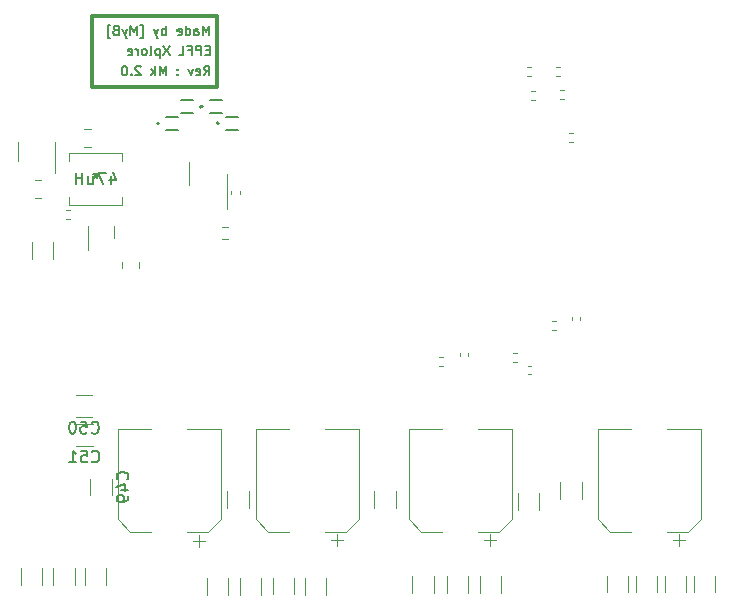
<source format=gbr>
%TF.GenerationSoftware,KiCad,Pcbnew,7.0.1*%
%TF.CreationDate,2023-04-17T18:47:01+02:00*%
%TF.ProjectId,ESC_board,4553435f-626f-4617-9264-2e6b69636164,rev?*%
%TF.SameCoordinates,Original*%
%TF.FileFunction,Legend,Bot*%
%TF.FilePolarity,Positive*%
%FSLAX46Y46*%
G04 Gerber Fmt 4.6, Leading zero omitted, Abs format (unit mm)*
G04 Created by KiCad (PCBNEW 7.0.1) date 2023-04-17 18:47:01*
%MOMM*%
%LPD*%
G01*
G04 APERTURE LIST*
%ADD10C,0.300000*%
%ADD11C,0.200000*%
%ADD12C,0.150000*%
%ADD13C,0.120000*%
%ADD14C,0.127000*%
G04 APERTURE END LIST*
D10*
X81120000Y-49860000D02*
X91700000Y-49860000D01*
X91700000Y-55850000D01*
X81120000Y-55850000D01*
X81120000Y-49860000D01*
D11*
X90572380Y-54882095D02*
X90839047Y-54501142D01*
X91029523Y-54882095D02*
X91029523Y-54082095D01*
X91029523Y-54082095D02*
X90724761Y-54082095D01*
X90724761Y-54082095D02*
X90648571Y-54120190D01*
X90648571Y-54120190D02*
X90610476Y-54158285D01*
X90610476Y-54158285D02*
X90572380Y-54234476D01*
X90572380Y-54234476D02*
X90572380Y-54348761D01*
X90572380Y-54348761D02*
X90610476Y-54424952D01*
X90610476Y-54424952D02*
X90648571Y-54463047D01*
X90648571Y-54463047D02*
X90724761Y-54501142D01*
X90724761Y-54501142D02*
X91029523Y-54501142D01*
X89924761Y-54844000D02*
X90000952Y-54882095D01*
X90000952Y-54882095D02*
X90153333Y-54882095D01*
X90153333Y-54882095D02*
X90229523Y-54844000D01*
X90229523Y-54844000D02*
X90267619Y-54767809D01*
X90267619Y-54767809D02*
X90267619Y-54463047D01*
X90267619Y-54463047D02*
X90229523Y-54386857D01*
X90229523Y-54386857D02*
X90153333Y-54348761D01*
X90153333Y-54348761D02*
X90000952Y-54348761D01*
X90000952Y-54348761D02*
X89924761Y-54386857D01*
X89924761Y-54386857D02*
X89886666Y-54463047D01*
X89886666Y-54463047D02*
X89886666Y-54539238D01*
X89886666Y-54539238D02*
X90267619Y-54615428D01*
X89620000Y-54348761D02*
X89429524Y-54882095D01*
X89429524Y-54882095D02*
X89239047Y-54348761D01*
X88324761Y-54805904D02*
X88286666Y-54844000D01*
X88286666Y-54844000D02*
X88324761Y-54882095D01*
X88324761Y-54882095D02*
X88362857Y-54844000D01*
X88362857Y-54844000D02*
X88324761Y-54805904D01*
X88324761Y-54805904D02*
X88324761Y-54882095D01*
X88324761Y-54386857D02*
X88286666Y-54424952D01*
X88286666Y-54424952D02*
X88324761Y-54463047D01*
X88324761Y-54463047D02*
X88362857Y-54424952D01*
X88362857Y-54424952D02*
X88324761Y-54386857D01*
X88324761Y-54386857D02*
X88324761Y-54463047D01*
X87334285Y-54882095D02*
X87334285Y-54082095D01*
X87334285Y-54082095D02*
X87067619Y-54653523D01*
X87067619Y-54653523D02*
X86800952Y-54082095D01*
X86800952Y-54082095D02*
X86800952Y-54882095D01*
X86419999Y-54882095D02*
X86419999Y-54082095D01*
X86343809Y-54577333D02*
X86115237Y-54882095D01*
X86115237Y-54348761D02*
X86419999Y-54653523D01*
X85200952Y-54158285D02*
X85162856Y-54120190D01*
X85162856Y-54120190D02*
X85086666Y-54082095D01*
X85086666Y-54082095D02*
X84896190Y-54082095D01*
X84896190Y-54082095D02*
X84819999Y-54120190D01*
X84819999Y-54120190D02*
X84781904Y-54158285D01*
X84781904Y-54158285D02*
X84743809Y-54234476D01*
X84743809Y-54234476D02*
X84743809Y-54310666D01*
X84743809Y-54310666D02*
X84781904Y-54424952D01*
X84781904Y-54424952D02*
X85239047Y-54882095D01*
X85239047Y-54882095D02*
X84743809Y-54882095D01*
X84400951Y-54805904D02*
X84362856Y-54844000D01*
X84362856Y-54844000D02*
X84400951Y-54882095D01*
X84400951Y-54882095D02*
X84439047Y-54844000D01*
X84439047Y-54844000D02*
X84400951Y-54805904D01*
X84400951Y-54805904D02*
X84400951Y-54882095D01*
X83867618Y-54082095D02*
X83791428Y-54082095D01*
X83791428Y-54082095D02*
X83715237Y-54120190D01*
X83715237Y-54120190D02*
X83677142Y-54158285D01*
X83677142Y-54158285D02*
X83639047Y-54234476D01*
X83639047Y-54234476D02*
X83600952Y-54386857D01*
X83600952Y-54386857D02*
X83600952Y-54577333D01*
X83600952Y-54577333D02*
X83639047Y-54729714D01*
X83639047Y-54729714D02*
X83677142Y-54805904D01*
X83677142Y-54805904D02*
X83715237Y-54844000D01*
X83715237Y-54844000D02*
X83791428Y-54882095D01*
X83791428Y-54882095D02*
X83867618Y-54882095D01*
X83867618Y-54882095D02*
X83943809Y-54844000D01*
X83943809Y-54844000D02*
X83981904Y-54805904D01*
X83981904Y-54805904D02*
X84019999Y-54729714D01*
X84019999Y-54729714D02*
X84058095Y-54577333D01*
X84058095Y-54577333D02*
X84058095Y-54386857D01*
X84058095Y-54386857D02*
X84019999Y-54234476D01*
X84019999Y-54234476D02*
X83981904Y-54158285D01*
X83981904Y-54158285D02*
X83943809Y-54120190D01*
X83943809Y-54120190D02*
X83867618Y-54082095D01*
X91039523Y-52743047D02*
X90772857Y-52743047D01*
X90658571Y-53162095D02*
X91039523Y-53162095D01*
X91039523Y-53162095D02*
X91039523Y-52362095D01*
X91039523Y-52362095D02*
X90658571Y-52362095D01*
X90315713Y-53162095D02*
X90315713Y-52362095D01*
X90315713Y-52362095D02*
X90010951Y-52362095D01*
X90010951Y-52362095D02*
X89934761Y-52400190D01*
X89934761Y-52400190D02*
X89896666Y-52438285D01*
X89896666Y-52438285D02*
X89858570Y-52514476D01*
X89858570Y-52514476D02*
X89858570Y-52628761D01*
X89858570Y-52628761D02*
X89896666Y-52704952D01*
X89896666Y-52704952D02*
X89934761Y-52743047D01*
X89934761Y-52743047D02*
X90010951Y-52781142D01*
X90010951Y-52781142D02*
X90315713Y-52781142D01*
X89249047Y-52743047D02*
X89515713Y-52743047D01*
X89515713Y-53162095D02*
X89515713Y-52362095D01*
X89515713Y-52362095D02*
X89134761Y-52362095D01*
X88449047Y-53162095D02*
X88829999Y-53162095D01*
X88829999Y-53162095D02*
X88829999Y-52362095D01*
X87649047Y-52362095D02*
X87115713Y-53162095D01*
X87115713Y-52362095D02*
X87649047Y-53162095D01*
X86810951Y-52628761D02*
X86810951Y-53428761D01*
X86810951Y-52666857D02*
X86734761Y-52628761D01*
X86734761Y-52628761D02*
X86582380Y-52628761D01*
X86582380Y-52628761D02*
X86506189Y-52666857D01*
X86506189Y-52666857D02*
X86468094Y-52704952D01*
X86468094Y-52704952D02*
X86429999Y-52781142D01*
X86429999Y-52781142D02*
X86429999Y-53009714D01*
X86429999Y-53009714D02*
X86468094Y-53085904D01*
X86468094Y-53085904D02*
X86506189Y-53124000D01*
X86506189Y-53124000D02*
X86582380Y-53162095D01*
X86582380Y-53162095D02*
X86734761Y-53162095D01*
X86734761Y-53162095D02*
X86810951Y-53124000D01*
X85972856Y-53162095D02*
X86049046Y-53124000D01*
X86049046Y-53124000D02*
X86087141Y-53047809D01*
X86087141Y-53047809D02*
X86087141Y-52362095D01*
X85553808Y-53162095D02*
X85629998Y-53124000D01*
X85629998Y-53124000D02*
X85668093Y-53085904D01*
X85668093Y-53085904D02*
X85706189Y-53009714D01*
X85706189Y-53009714D02*
X85706189Y-52781142D01*
X85706189Y-52781142D02*
X85668093Y-52704952D01*
X85668093Y-52704952D02*
X85629998Y-52666857D01*
X85629998Y-52666857D02*
X85553808Y-52628761D01*
X85553808Y-52628761D02*
X85439522Y-52628761D01*
X85439522Y-52628761D02*
X85363331Y-52666857D01*
X85363331Y-52666857D02*
X85325236Y-52704952D01*
X85325236Y-52704952D02*
X85287141Y-52781142D01*
X85287141Y-52781142D02*
X85287141Y-53009714D01*
X85287141Y-53009714D02*
X85325236Y-53085904D01*
X85325236Y-53085904D02*
X85363331Y-53124000D01*
X85363331Y-53124000D02*
X85439522Y-53162095D01*
X85439522Y-53162095D02*
X85553808Y-53162095D01*
X84944283Y-53162095D02*
X84944283Y-52628761D01*
X84944283Y-52781142D02*
X84906188Y-52704952D01*
X84906188Y-52704952D02*
X84868093Y-52666857D01*
X84868093Y-52666857D02*
X84791902Y-52628761D01*
X84791902Y-52628761D02*
X84715712Y-52628761D01*
X84144283Y-53124000D02*
X84220474Y-53162095D01*
X84220474Y-53162095D02*
X84372855Y-53162095D01*
X84372855Y-53162095D02*
X84449045Y-53124000D01*
X84449045Y-53124000D02*
X84487141Y-53047809D01*
X84487141Y-53047809D02*
X84487141Y-52743047D01*
X84487141Y-52743047D02*
X84449045Y-52666857D01*
X84449045Y-52666857D02*
X84372855Y-52628761D01*
X84372855Y-52628761D02*
X84220474Y-52628761D01*
X84220474Y-52628761D02*
X84144283Y-52666857D01*
X84144283Y-52666857D02*
X84106188Y-52743047D01*
X84106188Y-52743047D02*
X84106188Y-52819238D01*
X84106188Y-52819238D02*
X84487141Y-52895428D01*
X91009523Y-51472095D02*
X91009523Y-50672095D01*
X91009523Y-50672095D02*
X90742857Y-51243523D01*
X90742857Y-51243523D02*
X90476190Y-50672095D01*
X90476190Y-50672095D02*
X90476190Y-51472095D01*
X89752380Y-51472095D02*
X89752380Y-51053047D01*
X89752380Y-51053047D02*
X89790475Y-50976857D01*
X89790475Y-50976857D02*
X89866666Y-50938761D01*
X89866666Y-50938761D02*
X90019047Y-50938761D01*
X90019047Y-50938761D02*
X90095237Y-50976857D01*
X89752380Y-51434000D02*
X89828571Y-51472095D01*
X89828571Y-51472095D02*
X90019047Y-51472095D01*
X90019047Y-51472095D02*
X90095237Y-51434000D01*
X90095237Y-51434000D02*
X90133333Y-51357809D01*
X90133333Y-51357809D02*
X90133333Y-51281619D01*
X90133333Y-51281619D02*
X90095237Y-51205428D01*
X90095237Y-51205428D02*
X90019047Y-51167333D01*
X90019047Y-51167333D02*
X89828571Y-51167333D01*
X89828571Y-51167333D02*
X89752380Y-51129238D01*
X89028570Y-51472095D02*
X89028570Y-50672095D01*
X89028570Y-51434000D02*
X89104761Y-51472095D01*
X89104761Y-51472095D02*
X89257142Y-51472095D01*
X89257142Y-51472095D02*
X89333332Y-51434000D01*
X89333332Y-51434000D02*
X89371427Y-51395904D01*
X89371427Y-51395904D02*
X89409523Y-51319714D01*
X89409523Y-51319714D02*
X89409523Y-51091142D01*
X89409523Y-51091142D02*
X89371427Y-51014952D01*
X89371427Y-51014952D02*
X89333332Y-50976857D01*
X89333332Y-50976857D02*
X89257142Y-50938761D01*
X89257142Y-50938761D02*
X89104761Y-50938761D01*
X89104761Y-50938761D02*
X89028570Y-50976857D01*
X88342855Y-51434000D02*
X88419046Y-51472095D01*
X88419046Y-51472095D02*
X88571427Y-51472095D01*
X88571427Y-51472095D02*
X88647617Y-51434000D01*
X88647617Y-51434000D02*
X88685713Y-51357809D01*
X88685713Y-51357809D02*
X88685713Y-51053047D01*
X88685713Y-51053047D02*
X88647617Y-50976857D01*
X88647617Y-50976857D02*
X88571427Y-50938761D01*
X88571427Y-50938761D02*
X88419046Y-50938761D01*
X88419046Y-50938761D02*
X88342855Y-50976857D01*
X88342855Y-50976857D02*
X88304760Y-51053047D01*
X88304760Y-51053047D02*
X88304760Y-51129238D01*
X88304760Y-51129238D02*
X88685713Y-51205428D01*
X87352379Y-51472095D02*
X87352379Y-50672095D01*
X87352379Y-50976857D02*
X87276189Y-50938761D01*
X87276189Y-50938761D02*
X87123808Y-50938761D01*
X87123808Y-50938761D02*
X87047617Y-50976857D01*
X87047617Y-50976857D02*
X87009522Y-51014952D01*
X87009522Y-51014952D02*
X86971427Y-51091142D01*
X86971427Y-51091142D02*
X86971427Y-51319714D01*
X86971427Y-51319714D02*
X87009522Y-51395904D01*
X87009522Y-51395904D02*
X87047617Y-51434000D01*
X87047617Y-51434000D02*
X87123808Y-51472095D01*
X87123808Y-51472095D02*
X87276189Y-51472095D01*
X87276189Y-51472095D02*
X87352379Y-51434000D01*
X86704760Y-50938761D02*
X86514284Y-51472095D01*
X86323807Y-50938761D02*
X86514284Y-51472095D01*
X86514284Y-51472095D02*
X86590474Y-51662571D01*
X86590474Y-51662571D02*
X86628569Y-51700666D01*
X86628569Y-51700666D02*
X86704760Y-51738761D01*
X85180950Y-51738761D02*
X85371426Y-51738761D01*
X85371426Y-51738761D02*
X85371426Y-50595904D01*
X85371426Y-50595904D02*
X85180950Y-50595904D01*
X84876188Y-51472095D02*
X84876188Y-50672095D01*
X84876188Y-50672095D02*
X84609522Y-51243523D01*
X84609522Y-51243523D02*
X84342855Y-50672095D01*
X84342855Y-50672095D02*
X84342855Y-51472095D01*
X84038093Y-50938761D02*
X83847617Y-51472095D01*
X83657140Y-50938761D02*
X83847617Y-51472095D01*
X83847617Y-51472095D02*
X83923807Y-51662571D01*
X83923807Y-51662571D02*
X83961902Y-51700666D01*
X83961902Y-51700666D02*
X84038093Y-51738761D01*
X83085712Y-51053047D02*
X82971426Y-51091142D01*
X82971426Y-51091142D02*
X82933331Y-51129238D01*
X82933331Y-51129238D02*
X82895235Y-51205428D01*
X82895235Y-51205428D02*
X82895235Y-51319714D01*
X82895235Y-51319714D02*
X82933331Y-51395904D01*
X82933331Y-51395904D02*
X82971426Y-51434000D01*
X82971426Y-51434000D02*
X83047616Y-51472095D01*
X83047616Y-51472095D02*
X83352378Y-51472095D01*
X83352378Y-51472095D02*
X83352378Y-50672095D01*
X83352378Y-50672095D02*
X83085712Y-50672095D01*
X83085712Y-50672095D02*
X83009521Y-50710190D01*
X83009521Y-50710190D02*
X82971426Y-50748285D01*
X82971426Y-50748285D02*
X82933331Y-50824476D01*
X82933331Y-50824476D02*
X82933331Y-50900666D01*
X82933331Y-50900666D02*
X82971426Y-50976857D01*
X82971426Y-50976857D02*
X83009521Y-51014952D01*
X83009521Y-51014952D02*
X83085712Y-51053047D01*
X83085712Y-51053047D02*
X83352378Y-51053047D01*
X82628569Y-51738761D02*
X82438093Y-51738761D01*
X82438093Y-51738761D02*
X82438093Y-50595904D01*
X82438093Y-50595904D02*
X82628569Y-50595904D01*
D12*
%TO.C,C51*%
X81062857Y-87567380D02*
X81110476Y-87615000D01*
X81110476Y-87615000D02*
X81253333Y-87662619D01*
X81253333Y-87662619D02*
X81348571Y-87662619D01*
X81348571Y-87662619D02*
X81491428Y-87615000D01*
X81491428Y-87615000D02*
X81586666Y-87519761D01*
X81586666Y-87519761D02*
X81634285Y-87424523D01*
X81634285Y-87424523D02*
X81681904Y-87234047D01*
X81681904Y-87234047D02*
X81681904Y-87091190D01*
X81681904Y-87091190D02*
X81634285Y-86900714D01*
X81634285Y-86900714D02*
X81586666Y-86805476D01*
X81586666Y-86805476D02*
X81491428Y-86710238D01*
X81491428Y-86710238D02*
X81348571Y-86662619D01*
X81348571Y-86662619D02*
X81253333Y-86662619D01*
X81253333Y-86662619D02*
X81110476Y-86710238D01*
X81110476Y-86710238D02*
X81062857Y-86757857D01*
X80158095Y-86662619D02*
X80634285Y-86662619D01*
X80634285Y-86662619D02*
X80681904Y-87138809D01*
X80681904Y-87138809D02*
X80634285Y-87091190D01*
X80634285Y-87091190D02*
X80539047Y-87043571D01*
X80539047Y-87043571D02*
X80300952Y-87043571D01*
X80300952Y-87043571D02*
X80205714Y-87091190D01*
X80205714Y-87091190D02*
X80158095Y-87138809D01*
X80158095Y-87138809D02*
X80110476Y-87234047D01*
X80110476Y-87234047D02*
X80110476Y-87472142D01*
X80110476Y-87472142D02*
X80158095Y-87567380D01*
X80158095Y-87567380D02*
X80205714Y-87615000D01*
X80205714Y-87615000D02*
X80300952Y-87662619D01*
X80300952Y-87662619D02*
X80539047Y-87662619D01*
X80539047Y-87662619D02*
X80634285Y-87615000D01*
X80634285Y-87615000D02*
X80681904Y-87567380D01*
X79158095Y-87662619D02*
X79729523Y-87662619D01*
X79443809Y-87662619D02*
X79443809Y-86662619D01*
X79443809Y-86662619D02*
X79539047Y-86805476D01*
X79539047Y-86805476D02*
X79634285Y-86900714D01*
X79634285Y-86900714D02*
X79729523Y-86948333D01*
%TO.C,C50*%
X81042857Y-85117380D02*
X81090476Y-85165000D01*
X81090476Y-85165000D02*
X81233333Y-85212619D01*
X81233333Y-85212619D02*
X81328571Y-85212619D01*
X81328571Y-85212619D02*
X81471428Y-85165000D01*
X81471428Y-85165000D02*
X81566666Y-85069761D01*
X81566666Y-85069761D02*
X81614285Y-84974523D01*
X81614285Y-84974523D02*
X81661904Y-84784047D01*
X81661904Y-84784047D02*
X81661904Y-84641190D01*
X81661904Y-84641190D02*
X81614285Y-84450714D01*
X81614285Y-84450714D02*
X81566666Y-84355476D01*
X81566666Y-84355476D02*
X81471428Y-84260238D01*
X81471428Y-84260238D02*
X81328571Y-84212619D01*
X81328571Y-84212619D02*
X81233333Y-84212619D01*
X81233333Y-84212619D02*
X81090476Y-84260238D01*
X81090476Y-84260238D02*
X81042857Y-84307857D01*
X80138095Y-84212619D02*
X80614285Y-84212619D01*
X80614285Y-84212619D02*
X80661904Y-84688809D01*
X80661904Y-84688809D02*
X80614285Y-84641190D01*
X80614285Y-84641190D02*
X80519047Y-84593571D01*
X80519047Y-84593571D02*
X80280952Y-84593571D01*
X80280952Y-84593571D02*
X80185714Y-84641190D01*
X80185714Y-84641190D02*
X80138095Y-84688809D01*
X80138095Y-84688809D02*
X80090476Y-84784047D01*
X80090476Y-84784047D02*
X80090476Y-85022142D01*
X80090476Y-85022142D02*
X80138095Y-85117380D01*
X80138095Y-85117380D02*
X80185714Y-85165000D01*
X80185714Y-85165000D02*
X80280952Y-85212619D01*
X80280952Y-85212619D02*
X80519047Y-85212619D01*
X80519047Y-85212619D02*
X80614285Y-85165000D01*
X80614285Y-85165000D02*
X80661904Y-85117380D01*
X79471428Y-84212619D02*
X79376190Y-84212619D01*
X79376190Y-84212619D02*
X79280952Y-84260238D01*
X79280952Y-84260238D02*
X79233333Y-84307857D01*
X79233333Y-84307857D02*
X79185714Y-84403095D01*
X79185714Y-84403095D02*
X79138095Y-84593571D01*
X79138095Y-84593571D02*
X79138095Y-84831666D01*
X79138095Y-84831666D02*
X79185714Y-85022142D01*
X79185714Y-85022142D02*
X79233333Y-85117380D01*
X79233333Y-85117380D02*
X79280952Y-85165000D01*
X79280952Y-85165000D02*
X79376190Y-85212619D01*
X79376190Y-85212619D02*
X79471428Y-85212619D01*
X79471428Y-85212619D02*
X79566666Y-85165000D01*
X79566666Y-85165000D02*
X79614285Y-85117380D01*
X79614285Y-85117380D02*
X79661904Y-85022142D01*
X79661904Y-85022142D02*
X79709523Y-84831666D01*
X79709523Y-84831666D02*
X79709523Y-84593571D01*
X79709523Y-84593571D02*
X79661904Y-84403095D01*
X79661904Y-84403095D02*
X79614285Y-84307857D01*
X79614285Y-84307857D02*
X79566666Y-84260238D01*
X79566666Y-84260238D02*
X79471428Y-84212619D01*
%TO.C,C49*%
X84077380Y-89097142D02*
X84125000Y-89049523D01*
X84125000Y-89049523D02*
X84172619Y-88906666D01*
X84172619Y-88906666D02*
X84172619Y-88811428D01*
X84172619Y-88811428D02*
X84125000Y-88668571D01*
X84125000Y-88668571D02*
X84029761Y-88573333D01*
X84029761Y-88573333D02*
X83934523Y-88525714D01*
X83934523Y-88525714D02*
X83744047Y-88478095D01*
X83744047Y-88478095D02*
X83601190Y-88478095D01*
X83601190Y-88478095D02*
X83410714Y-88525714D01*
X83410714Y-88525714D02*
X83315476Y-88573333D01*
X83315476Y-88573333D02*
X83220238Y-88668571D01*
X83220238Y-88668571D02*
X83172619Y-88811428D01*
X83172619Y-88811428D02*
X83172619Y-88906666D01*
X83172619Y-88906666D02*
X83220238Y-89049523D01*
X83220238Y-89049523D02*
X83267857Y-89097142D01*
X83505952Y-89954285D02*
X84172619Y-89954285D01*
X83125000Y-89716190D02*
X83839285Y-89478095D01*
X83839285Y-89478095D02*
X83839285Y-90097142D01*
X84172619Y-90525714D02*
X84172619Y-90716190D01*
X84172619Y-90716190D02*
X84125000Y-90811428D01*
X84125000Y-90811428D02*
X84077380Y-90859047D01*
X84077380Y-90859047D02*
X83934523Y-90954285D01*
X83934523Y-90954285D02*
X83744047Y-91001904D01*
X83744047Y-91001904D02*
X83363095Y-91001904D01*
X83363095Y-91001904D02*
X83267857Y-90954285D01*
X83267857Y-90954285D02*
X83220238Y-90906666D01*
X83220238Y-90906666D02*
X83172619Y-90811428D01*
X83172619Y-90811428D02*
X83172619Y-90620952D01*
X83172619Y-90620952D02*
X83220238Y-90525714D01*
X83220238Y-90525714D02*
X83267857Y-90478095D01*
X83267857Y-90478095D02*
X83363095Y-90430476D01*
X83363095Y-90430476D02*
X83601190Y-90430476D01*
X83601190Y-90430476D02*
X83696428Y-90478095D01*
X83696428Y-90478095D02*
X83744047Y-90525714D01*
X83744047Y-90525714D02*
X83791666Y-90620952D01*
X83791666Y-90620952D02*
X83791666Y-90811428D01*
X83791666Y-90811428D02*
X83744047Y-90906666D01*
X83744047Y-90906666D02*
X83696428Y-90954285D01*
X83696428Y-90954285D02*
X83601190Y-91001904D01*
%TO.C,L1*%
X82659404Y-63445952D02*
X82659404Y-64112619D01*
X82897499Y-63065000D02*
X83135594Y-63779285D01*
X83135594Y-63779285D02*
X82516547Y-63779285D01*
X82230832Y-63112619D02*
X81564166Y-63112619D01*
X81564166Y-63112619D02*
X81992737Y-64112619D01*
X80754642Y-63445952D02*
X80754642Y-64112619D01*
X81183213Y-63445952D02*
X81183213Y-63969761D01*
X81183213Y-63969761D02*
X81135594Y-64065000D01*
X81135594Y-64065000D02*
X81040356Y-64112619D01*
X81040356Y-64112619D02*
X80897499Y-64112619D01*
X80897499Y-64112619D02*
X80802261Y-64065000D01*
X80802261Y-64065000D02*
X80754642Y-64017380D01*
X80278451Y-64112619D02*
X80278451Y-63112619D01*
X80278451Y-63588809D02*
X79707023Y-63588809D01*
X79707023Y-64112619D02*
X79707023Y-63112619D01*
X81397499Y-63112619D02*
X81397499Y-63350714D01*
X81635594Y-63255476D02*
X81397499Y-63350714D01*
X81397499Y-63350714D02*
X81159404Y-63255476D01*
X81540356Y-63541190D02*
X81397499Y-63350714D01*
X81397499Y-63350714D02*
X81254642Y-63541190D01*
D13*
%TO.C,C51*%
X79708748Y-84440000D02*
X81131252Y-84440000D01*
X79708748Y-86260000D02*
X81131252Y-86260000D01*
%TO.C,C50*%
X79688748Y-81990000D02*
X81111252Y-81990000D01*
X79688748Y-83810000D02*
X81111252Y-83810000D01*
%TO.C,C49*%
X80950000Y-90451252D02*
X80950000Y-89028748D01*
X82770000Y-90451252D02*
X82770000Y-89028748D01*
D14*
%TO.C,D13*%
X91100000Y-56946399D02*
X92100000Y-56946399D01*
X91100000Y-58086399D02*
X92100000Y-58086399D01*
D11*
X90500000Y-57516399D02*
G75*
G03*
X90500000Y-57516399I-100000J0D01*
G01*
D13*
%TO.C,C15*%
X115735000Y-97263748D02*
X115735000Y-98686252D01*
X113915000Y-97263748D02*
X113915000Y-98686252D01*
%TO.C,U8*%
X92495000Y-63200000D02*
X92495000Y-66200000D01*
X89255000Y-62200000D02*
X89255000Y-64200000D01*
%TO.C,C45*%
X114778000Y-94754000D02*
X114778000Y-93754000D01*
X115278000Y-94254000D02*
X114278000Y-94254000D01*
X108972437Y-93514000D02*
X110758000Y-93514000D01*
X108972437Y-93514000D02*
X107908000Y-92449563D01*
X115563563Y-93514000D02*
X113778000Y-93514000D01*
X115563563Y-93514000D02*
X116628000Y-92449563D01*
X107908000Y-92449563D02*
X107908000Y-84794000D01*
X116628000Y-92449563D02*
X116628000Y-84794000D01*
X107908000Y-84794000D02*
X110758000Y-84794000D01*
X116628000Y-84794000D02*
X113778000Y-84794000D01*
%TO.C,C21*%
X110035000Y-97263748D02*
X110035000Y-98686252D01*
X108215000Y-97263748D02*
X108215000Y-98686252D01*
%TO.C,C39*%
X131410000Y-97238748D02*
X131410000Y-98661252D01*
X129590000Y-97238748D02*
X129590000Y-98661252D01*
%TO.C,C18*%
X104990000Y-91523752D02*
X104990000Y-90101248D01*
X106810000Y-91523752D02*
X106810000Y-90101248D01*
%TO.C,C26*%
X82310000Y-96613748D02*
X82310000Y-98036252D01*
X80490000Y-96613748D02*
X80490000Y-98036252D01*
%TO.C,C20*%
X122410000Y-75384165D02*
X122410000Y-75615835D01*
X121690000Y-75384165D02*
X121690000Y-75615835D01*
%TO.C,L1*%
X83620000Y-65872500D02*
X79175000Y-65872500D01*
X83620000Y-65176540D02*
X83620000Y-65872500D01*
X83620000Y-61427500D02*
X83620000Y-62123460D01*
X79175000Y-65872500D02*
X79175000Y-65176540D01*
X79175000Y-62123460D02*
X79175000Y-61427500D01*
X79175000Y-61427500D02*
X83620000Y-61427500D01*
%TO.C,C40*%
X117115000Y-91686252D02*
X117115000Y-90263748D01*
X118935000Y-91686252D02*
X118935000Y-90263748D01*
%TO.C,C29*%
X112215000Y-78615835D02*
X112215000Y-78384165D01*
X112935000Y-78615835D02*
X112935000Y-78384165D01*
%TO.C,R13*%
X121042621Y-56905000D02*
X120707379Y-56905000D01*
X121042621Y-56145000D02*
X120707379Y-56145000D01*
%TO.C,U1*%
X80768995Y-69643995D02*
X80768995Y-67643995D01*
X82968995Y-68643995D02*
X82968995Y-67643995D01*
%TO.C,C46*%
X128960000Y-97238748D02*
X128960000Y-98661252D01*
X127140000Y-97238748D02*
X127140000Y-98661252D01*
%TO.C,C47*%
X101824000Y-94754000D02*
X101824000Y-93754000D01*
X102324000Y-94254000D02*
X101324000Y-94254000D01*
X96018437Y-93514000D02*
X97804000Y-93514000D01*
X96018437Y-93514000D02*
X94954000Y-92449563D01*
X102609563Y-93514000D02*
X100824000Y-93514000D01*
X102609563Y-93514000D02*
X103674000Y-92449563D01*
X94954000Y-92449563D02*
X94954000Y-84794000D01*
X103674000Y-92449563D02*
X103674000Y-84794000D01*
X94954000Y-84794000D02*
X97804000Y-84794000D01*
X103674000Y-84794000D02*
X100824000Y-84794000D01*
%TO.C,C44*%
X130780000Y-94754000D02*
X130780000Y-93754000D01*
X131280000Y-94254000D02*
X130280000Y-94254000D01*
X124974437Y-93514000D02*
X126760000Y-93514000D01*
X124974437Y-93514000D02*
X123910000Y-92449563D01*
X131565563Y-93514000D02*
X129780000Y-93514000D01*
X131565563Y-93514000D02*
X132630000Y-92449563D01*
X123910000Y-92449563D02*
X123910000Y-84794000D01*
X132630000Y-92449563D02*
X132630000Y-84794000D01*
X123910000Y-84794000D02*
X126760000Y-84794000D01*
X132630000Y-84794000D02*
X129780000Y-84794000D01*
D14*
%TO.C,D14*%
X89600000Y-58111400D02*
X88600000Y-58111400D01*
X89600000Y-56971400D02*
X88600000Y-56971400D01*
D11*
X90400000Y-57541400D02*
G75*
G03*
X90400000Y-57541400I-100000J0D01*
G01*
D13*
%TO.C,U7*%
X74833746Y-61331005D02*
X74833746Y-62131005D01*
X74833746Y-61331005D02*
X74833746Y-60531005D01*
X77953746Y-61331005D02*
X77953746Y-63131005D01*
X77953746Y-61331005D02*
X77953746Y-60531005D01*
%TO.C,C24*%
X77793415Y-69029965D02*
X77793415Y-70452469D01*
X75973415Y-69029965D02*
X75973415Y-70452469D01*
%TO.C,R17*%
X92604724Y-68738900D02*
X92095276Y-68738900D01*
X92604724Y-67693900D02*
X92095276Y-67693900D01*
%TO.C,C48*%
X90140000Y-94780000D02*
X90140000Y-93780000D01*
X90640000Y-94280000D02*
X89640000Y-94280000D01*
X84334437Y-93540000D02*
X86120000Y-93540000D01*
X84334437Y-93540000D02*
X83270000Y-92475563D01*
X90925563Y-93540000D02*
X89140000Y-93540000D01*
X90925563Y-93540000D02*
X91990000Y-92475563D01*
X83270000Y-92475563D02*
X83270000Y-84820000D01*
X91990000Y-92475563D02*
X91990000Y-84820000D01*
X83270000Y-84820000D02*
X86120000Y-84820000D01*
X91990000Y-84820000D02*
X89140000Y-84820000D01*
%TO.C,C19*%
X98210000Y-97401248D02*
X98210000Y-98823752D01*
X96390000Y-97401248D02*
X96390000Y-98823752D01*
%TO.C,R10*%
X78895119Y-66320000D02*
X79230361Y-66320000D01*
X78895119Y-67080000D02*
X79230361Y-67080000D01*
%TO.C,C27*%
X112935000Y-97263748D02*
X112935000Y-98686252D01*
X111115000Y-97263748D02*
X111115000Y-98686252D01*
%TO.C,C13*%
X95410000Y-97438748D02*
X95410000Y-98861252D01*
X93590000Y-97438748D02*
X93590000Y-98861252D01*
%TO.C,C12*%
X92610000Y-97438748D02*
X92610000Y-98861252D01*
X90790000Y-97438748D02*
X90790000Y-98861252D01*
%TO.C,R27*%
X118592621Y-56930000D02*
X118257379Y-56930000D01*
X118592621Y-56170000D02*
X118257379Y-56170000D01*
%TO.C,R24*%
X120745121Y-54955000D02*
X120409879Y-54955000D01*
X120745121Y-54195000D02*
X120409879Y-54195000D01*
%TO.C,R14*%
X120032379Y-75720000D02*
X120367621Y-75720000D01*
X120032379Y-76480000D02*
X120367621Y-76480000D01*
D14*
%TO.C,D12*%
X92425000Y-58371400D02*
X93425000Y-58371400D01*
X92425000Y-59511400D02*
X93425000Y-59511400D01*
D11*
X91825000Y-58941400D02*
G75*
G03*
X91825000Y-58941400I-100000J0D01*
G01*
D13*
%TO.C,C37*%
X133860000Y-97238748D02*
X133860000Y-98661252D01*
X132040000Y-97238748D02*
X132040000Y-98661252D01*
%TO.C,C11*%
X126485000Y-97238748D02*
X126485000Y-98661252D01*
X124665000Y-97238748D02*
X124665000Y-98661252D01*
%TO.C,C25*%
X79610000Y-96613748D02*
X79610000Y-98036252D01*
X77790000Y-96613748D02*
X77790000Y-98036252D01*
%TO.C,C17*%
X92540000Y-91511252D02*
X92540000Y-90088748D01*
X94360000Y-91511252D02*
X94360000Y-90088748D01*
%TO.C,R19*%
X110482379Y-78745000D02*
X110817621Y-78745000D01*
X110482379Y-79505000D02*
X110817621Y-79505000D01*
%TO.C,C30*%
X118215835Y-80210000D02*
X117984165Y-80210000D01*
X118215835Y-79490000D02*
X117984165Y-79490000D01*
%TO.C,C38*%
X120740000Y-90736252D02*
X120740000Y-89313748D01*
X122560000Y-90736252D02*
X122560000Y-89313748D01*
%TO.C,R25*%
X118245121Y-54955000D02*
X117909879Y-54955000D01*
X118245121Y-54195000D02*
X117909879Y-54195000D01*
D14*
%TO.C,D15*%
X87375000Y-58371400D02*
X88375000Y-58371400D01*
X87375000Y-59511400D02*
X88375000Y-59511400D01*
D11*
X86775000Y-58941400D02*
G75*
G03*
X86775000Y-58941400I-100000J0D01*
G01*
D13*
%TO.C,R20*%
X116732379Y-78370000D02*
X117067621Y-78370000D01*
X116732379Y-79130000D02*
X117067621Y-79130000D01*
%TO.C,R23*%
X121797621Y-60490000D02*
X121462379Y-60490000D01*
X121797621Y-59730000D02*
X121462379Y-59730000D01*
%TO.C,C16*%
X76860000Y-96613748D02*
X76860000Y-98036252D01*
X75040000Y-96613748D02*
X75040000Y-98036252D01*
%TO.C,C54*%
X92890001Y-64924735D02*
X92890001Y-64693065D01*
X93610001Y-64924735D02*
X93610001Y-64693065D01*
%TO.C,C22*%
X85053995Y-70695243D02*
X85053995Y-71217747D01*
X83583995Y-70695243D02*
X83583995Y-71217747D01*
%TO.C,C56*%
X80961252Y-60935000D02*
X80438748Y-60935000D01*
X80961252Y-59465000D02*
X80438748Y-59465000D01*
%TO.C,C55*%
X76238748Y-63765000D02*
X76761252Y-63765000D01*
X76238748Y-65235000D02*
X76761252Y-65235000D01*
%TO.C,C14*%
X100910000Y-97438748D02*
X100910000Y-98861252D01*
X99090000Y-97438748D02*
X99090000Y-98861252D01*
%TD*%
M02*

</source>
